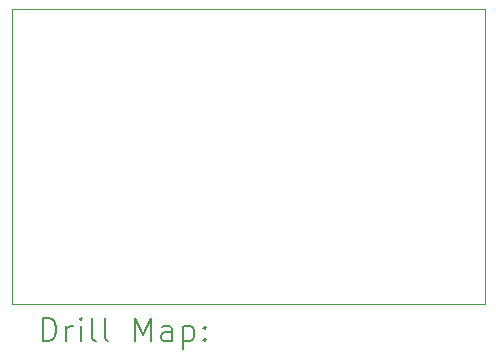
<source format=gbr>
%TF.GenerationSoftware,KiCad,Pcbnew,8.0.3*%
%TF.CreationDate,2024-07-15T18:44:32+02:00*%
%TF.ProjectId,DCDC,44434443-2e6b-4696-9361-645f70636258,rev?*%
%TF.SameCoordinates,Original*%
%TF.FileFunction,Drillmap*%
%TF.FilePolarity,Positive*%
%FSLAX45Y45*%
G04 Gerber Fmt 4.5, Leading zero omitted, Abs format (unit mm)*
G04 Created by KiCad (PCBNEW 8.0.3) date 2024-07-15 18:44:32*
%MOMM*%
%LPD*%
G01*
G04 APERTURE LIST*
%ADD10C,0.050000*%
%ADD11C,0.200000*%
G04 APERTURE END LIST*
D10*
X8763000Y-10390500D02*
X12763000Y-10390500D01*
X12763000Y-12890500D01*
X8763000Y-12890500D01*
X8763000Y-10390500D01*
D11*
X9021277Y-13204484D02*
X9021277Y-13004484D01*
X9021277Y-13004484D02*
X9068896Y-13004484D01*
X9068896Y-13004484D02*
X9097467Y-13014008D01*
X9097467Y-13014008D02*
X9116515Y-13033055D01*
X9116515Y-13033055D02*
X9126039Y-13052103D01*
X9126039Y-13052103D02*
X9135563Y-13090198D01*
X9135563Y-13090198D02*
X9135563Y-13118769D01*
X9135563Y-13118769D02*
X9126039Y-13156865D01*
X9126039Y-13156865D02*
X9116515Y-13175912D01*
X9116515Y-13175912D02*
X9097467Y-13194960D01*
X9097467Y-13194960D02*
X9068896Y-13204484D01*
X9068896Y-13204484D02*
X9021277Y-13204484D01*
X9221277Y-13204484D02*
X9221277Y-13071150D01*
X9221277Y-13109246D02*
X9230801Y-13090198D01*
X9230801Y-13090198D02*
X9240324Y-13080674D01*
X9240324Y-13080674D02*
X9259372Y-13071150D01*
X9259372Y-13071150D02*
X9278420Y-13071150D01*
X9345086Y-13204484D02*
X9345086Y-13071150D01*
X9345086Y-13004484D02*
X9335563Y-13014008D01*
X9335563Y-13014008D02*
X9345086Y-13023531D01*
X9345086Y-13023531D02*
X9354610Y-13014008D01*
X9354610Y-13014008D02*
X9345086Y-13004484D01*
X9345086Y-13004484D02*
X9345086Y-13023531D01*
X9468896Y-13204484D02*
X9449848Y-13194960D01*
X9449848Y-13194960D02*
X9440324Y-13175912D01*
X9440324Y-13175912D02*
X9440324Y-13004484D01*
X9573658Y-13204484D02*
X9554610Y-13194960D01*
X9554610Y-13194960D02*
X9545086Y-13175912D01*
X9545086Y-13175912D02*
X9545086Y-13004484D01*
X9802229Y-13204484D02*
X9802229Y-13004484D01*
X9802229Y-13004484D02*
X9868896Y-13147341D01*
X9868896Y-13147341D02*
X9935563Y-13004484D01*
X9935563Y-13004484D02*
X9935563Y-13204484D01*
X10116515Y-13204484D02*
X10116515Y-13099722D01*
X10116515Y-13099722D02*
X10106991Y-13080674D01*
X10106991Y-13080674D02*
X10087944Y-13071150D01*
X10087944Y-13071150D02*
X10049848Y-13071150D01*
X10049848Y-13071150D02*
X10030801Y-13080674D01*
X10116515Y-13194960D02*
X10097467Y-13204484D01*
X10097467Y-13204484D02*
X10049848Y-13204484D01*
X10049848Y-13204484D02*
X10030801Y-13194960D01*
X10030801Y-13194960D02*
X10021277Y-13175912D01*
X10021277Y-13175912D02*
X10021277Y-13156865D01*
X10021277Y-13156865D02*
X10030801Y-13137817D01*
X10030801Y-13137817D02*
X10049848Y-13128293D01*
X10049848Y-13128293D02*
X10097467Y-13128293D01*
X10097467Y-13128293D02*
X10116515Y-13118769D01*
X10211753Y-13071150D02*
X10211753Y-13271150D01*
X10211753Y-13080674D02*
X10230801Y-13071150D01*
X10230801Y-13071150D02*
X10268896Y-13071150D01*
X10268896Y-13071150D02*
X10287944Y-13080674D01*
X10287944Y-13080674D02*
X10297467Y-13090198D01*
X10297467Y-13090198D02*
X10306991Y-13109246D01*
X10306991Y-13109246D02*
X10306991Y-13166388D01*
X10306991Y-13166388D02*
X10297467Y-13185436D01*
X10297467Y-13185436D02*
X10287944Y-13194960D01*
X10287944Y-13194960D02*
X10268896Y-13204484D01*
X10268896Y-13204484D02*
X10230801Y-13204484D01*
X10230801Y-13204484D02*
X10211753Y-13194960D01*
X10392705Y-13185436D02*
X10402229Y-13194960D01*
X10402229Y-13194960D02*
X10392705Y-13204484D01*
X10392705Y-13204484D02*
X10383182Y-13194960D01*
X10383182Y-13194960D02*
X10392705Y-13185436D01*
X10392705Y-13185436D02*
X10392705Y-13204484D01*
X10392705Y-13080674D02*
X10402229Y-13090198D01*
X10402229Y-13090198D02*
X10392705Y-13099722D01*
X10392705Y-13099722D02*
X10383182Y-13090198D01*
X10383182Y-13090198D02*
X10392705Y-13080674D01*
X10392705Y-13080674D02*
X10392705Y-13099722D01*
M02*

</source>
